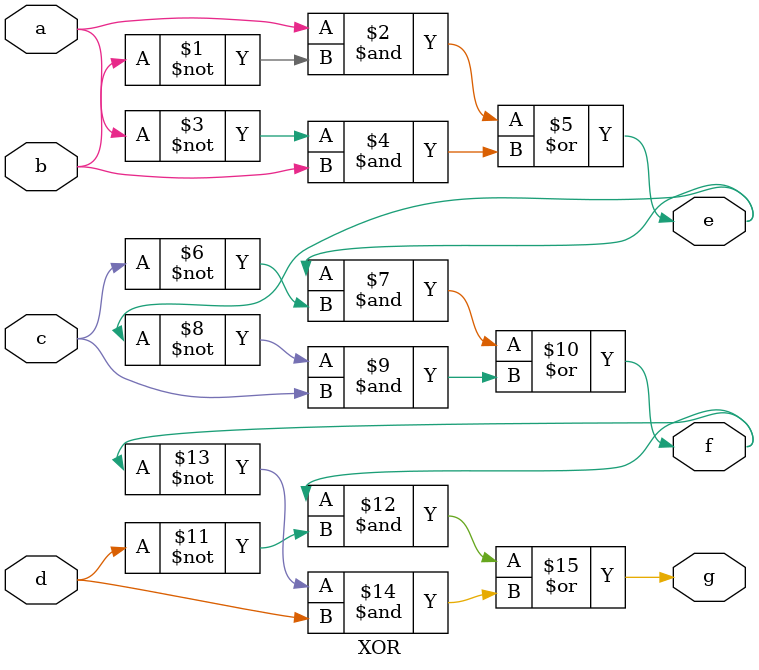
<source format=v>
`timescale 1ns / 1ps

module XOR(
    input a, b, c, d,
    output e, f, g
    );
    
    assign e = (a & ~b) | (~a & b);
    assign f = (e & ~c) | (~e & c);
    assign g = (f & ~d) | (~f & d);
    
endmodule

</source>
